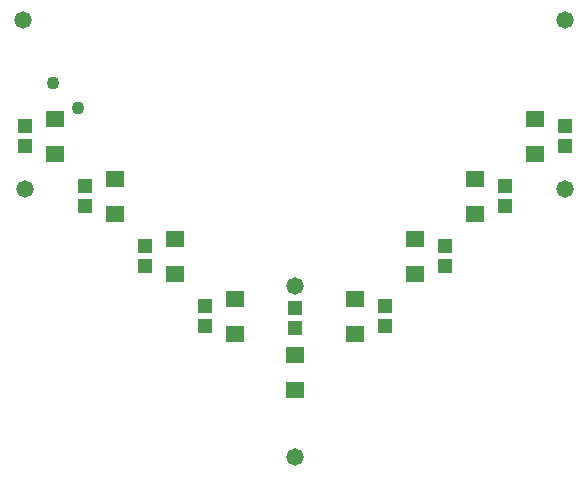
<source format=gts>
G75*
%MOIN*%
%OFA0B0*%
%FSLAX25Y25*%
%IPPOS*%
%LPD*%
%AMOC8*
5,1,8,0,0,1.08239X$1,22.5*
%
%ADD10C,0.05800*%
%ADD11R,0.06312X0.05524*%
%ADD12R,0.04737X0.05131*%
%ADD13C,0.04343*%
D10*
X0203333Y0081875D03*
X0203333Y0138750D03*
X0113333Y0171250D03*
X0112708Y0227500D03*
X0293333Y0227500D03*
X0293333Y0171250D03*
D11*
X0283333Y0182844D03*
X0283333Y0194656D03*
X0263333Y0174656D03*
X0263333Y0162844D03*
X0243333Y0154656D03*
X0243333Y0142844D03*
X0223333Y0134656D03*
X0223333Y0122844D03*
X0203333Y0115906D03*
X0203333Y0104094D03*
X0183333Y0122844D03*
X0183333Y0134656D03*
X0163333Y0142844D03*
X0163333Y0154656D03*
X0143333Y0162844D03*
X0143333Y0174656D03*
X0123333Y0182844D03*
X0123333Y0194656D03*
D12*
X0113333Y0192096D03*
X0113333Y0185404D03*
X0133333Y0172096D03*
X0133333Y0165404D03*
X0153333Y0152096D03*
X0153333Y0145404D03*
X0173333Y0132096D03*
X0173333Y0125404D03*
X0203333Y0124779D03*
X0203333Y0131471D03*
X0233333Y0132096D03*
X0233333Y0125404D03*
X0253333Y0145404D03*
X0253333Y0152096D03*
X0273333Y0165404D03*
X0273333Y0172096D03*
X0293333Y0185404D03*
X0293333Y0192096D03*
D13*
X0131259Y0198324D03*
X0122908Y0206676D03*
M02*

</source>
